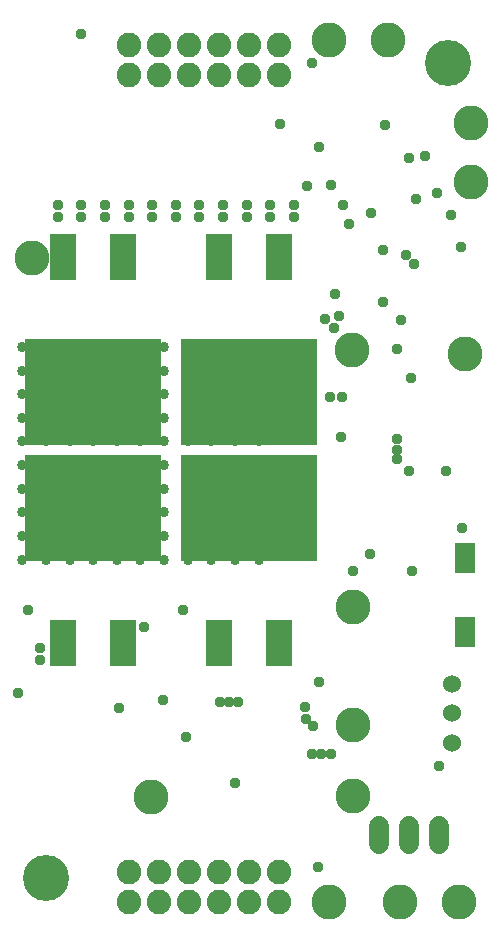
<source format=gbr>
G04 EAGLE Gerber RS-274X export*
G75*
%MOMM*%
%FSLAX34Y34*%
%LPD*%
%INSoldermask Top*%
%IPPOS*%
%AMOC8*
5,1,8,0,0,1.08239X$1,22.5*%
G01*
%ADD10C,1.711200*%
%ADD11C,2.963200*%
%ADD12R,2.286000X4.013200*%
%ADD13R,11.633200X9.093200*%
%ADD14C,1.524000*%
%ADD15C,2.082800*%
%ADD16R,1.803200X2.503200*%
%ADD17C,3.903200*%
%ADD18C,0.959600*%
%ADD19C,0.859600*%


D10*
X347000Y84540D02*
X347000Y69460D01*
X321600Y69460D02*
X321600Y84540D01*
X372400Y84540D02*
X372400Y69460D01*
D11*
X390000Y20000D03*
X300000Y170000D03*
X299500Y487000D03*
X400000Y630000D03*
X280000Y750000D03*
X330000Y750000D03*
D12*
X237400Y565900D03*
X186600Y565900D03*
D13*
X212000Y451600D03*
D12*
X186600Y239100D03*
X237400Y239100D03*
D13*
X212000Y353400D03*
D12*
X54600Y239100D03*
X105400Y239100D03*
D13*
X80000Y353400D03*
D12*
X105400Y565900D03*
X54600Y565900D03*
D13*
X80000Y451600D03*
D11*
X129000Y109000D03*
X300000Y270000D03*
X28000Y565000D03*
X395000Y484000D03*
X400000Y680000D03*
X300000Y110000D03*
X340000Y20000D03*
X280000Y20000D03*
D14*
X384000Y155000D03*
X384000Y179892D03*
X384000Y205038D03*
D15*
X110000Y720000D03*
X110000Y745400D03*
X135400Y720000D03*
X135400Y745400D03*
X160800Y720000D03*
X160800Y745400D03*
X186200Y720000D03*
X186200Y745400D03*
X211600Y720000D03*
X211600Y745400D03*
X237000Y720000D03*
X237000Y745400D03*
X110000Y20000D03*
X110000Y45400D03*
X135400Y20000D03*
X135400Y45400D03*
X160800Y20000D03*
X160800Y45400D03*
X186200Y20000D03*
X186200Y45400D03*
X211600Y20000D03*
X211600Y45400D03*
X237000Y20000D03*
X237000Y45400D03*
D16*
X395000Y248500D03*
X395000Y311500D03*
D17*
X380000Y730000D03*
X40000Y40000D03*
D18*
X260000Y175000D03*
X266000Y169000D03*
X259000Y185000D03*
X265000Y145000D03*
X273000Y145000D03*
X281000Y145000D03*
X325000Y528000D03*
X345000Y568000D03*
X288000Y516000D03*
X327000Y678000D03*
X238000Y679000D03*
X270000Y50000D03*
X300000Y300000D03*
X350000Y300000D03*
X383000Y602000D03*
X281000Y627000D03*
X296748Y593748D03*
X285000Y534662D03*
X347000Y650000D03*
X341000Y513000D03*
X139000Y191000D03*
X16000Y197000D03*
X123000Y252500D03*
X392000Y248000D03*
X392000Y337000D03*
X200000Y121000D03*
X290000Y414000D03*
X349189Y463811D03*
X373000Y135000D03*
X284000Y506000D03*
X276000Y514000D03*
X50000Y600000D03*
X50000Y610000D03*
X70000Y610000D03*
X70000Y600000D03*
X90000Y600000D03*
X90000Y610000D03*
X110000Y600000D03*
X110000Y610000D03*
X130000Y610000D03*
X130000Y600000D03*
X150000Y600000D03*
X150000Y610000D03*
X170000Y610000D03*
X170000Y600000D03*
X190000Y600000D03*
X190000Y610000D03*
X210000Y610000D03*
X210000Y600000D03*
X230000Y600000D03*
X230000Y610000D03*
X250000Y600000D03*
X250000Y610000D03*
X291500Y610500D03*
X325000Y572000D03*
X271000Y659000D03*
X337000Y488000D03*
X314000Y315000D03*
X315000Y603000D03*
X159000Y160000D03*
X265000Y730000D03*
X353500Y615000D03*
X391000Y575000D03*
X187000Y189000D03*
X195000Y189000D03*
X203000Y189000D03*
X337000Y412000D03*
X337000Y403000D03*
X337000Y395000D03*
X290630Y448000D03*
X280630Y448000D03*
X352000Y560000D03*
X261000Y626000D03*
D19*
X40000Y490000D03*
X60000Y490000D03*
X60000Y470000D03*
X40000Y470000D03*
X40000Y450000D03*
X60000Y450000D03*
X80000Y450000D03*
X80000Y470000D03*
X80000Y490000D03*
X100000Y490000D03*
X100000Y470000D03*
X100000Y450000D03*
X120000Y450000D03*
X120000Y470000D03*
X120000Y490000D03*
X140000Y490000D03*
X140000Y470000D03*
X140000Y450000D03*
X160000Y450000D03*
X160000Y470000D03*
X160000Y490000D03*
X180000Y490000D03*
X200000Y490000D03*
X200000Y470000D03*
X180000Y470000D03*
X180000Y450000D03*
X200000Y450000D03*
X200000Y430000D03*
X180000Y430000D03*
X160000Y430000D03*
X140000Y430000D03*
X120000Y430000D03*
X100000Y430000D03*
X80000Y430000D03*
X60000Y430000D03*
X40000Y430000D03*
X40000Y410000D03*
X60000Y410000D03*
X80000Y410000D03*
X100000Y410000D03*
X120000Y410000D03*
X140000Y410000D03*
X160000Y410000D03*
X180000Y410000D03*
X200000Y410000D03*
X200000Y390000D03*
X180000Y390000D03*
X160000Y390000D03*
X140000Y390000D03*
X120000Y390000D03*
X100000Y390000D03*
X80000Y390000D03*
X60000Y390000D03*
X40000Y390000D03*
X20000Y390000D03*
X20000Y410000D03*
X20000Y430000D03*
X20000Y450000D03*
X20000Y470000D03*
X20000Y490000D03*
X200000Y370000D03*
X180000Y370000D03*
X160000Y370000D03*
X140000Y370000D03*
X120000Y370000D03*
X100000Y370000D03*
X80000Y370000D03*
X60000Y370000D03*
X40000Y370000D03*
X20000Y370000D03*
X20000Y350000D03*
X20000Y330000D03*
X20000Y310000D03*
X40000Y310000D03*
X60000Y310000D03*
X80000Y310000D03*
X100000Y310000D03*
X120000Y310000D03*
X140000Y310000D03*
X160000Y310000D03*
X180000Y310000D03*
X200000Y310000D03*
X200000Y330000D03*
X200000Y350000D03*
X180000Y350000D03*
X180000Y330000D03*
X160000Y330000D03*
X160000Y350000D03*
X140000Y350000D03*
X140000Y330000D03*
X120000Y330000D03*
X120000Y350000D03*
X100000Y350000D03*
X100000Y330000D03*
X80000Y330000D03*
X80000Y350000D03*
X60000Y350000D03*
X60000Y330000D03*
X40000Y330000D03*
X40000Y350000D03*
X220000Y490000D03*
X240000Y490000D03*
X240000Y470000D03*
X220000Y470000D03*
X220000Y450000D03*
X240000Y450000D03*
X240000Y430000D03*
X220000Y430000D03*
X220000Y410000D03*
X220000Y390000D03*
X220000Y370000D03*
X220000Y350000D03*
X220000Y330000D03*
X220000Y310000D03*
D18*
X156000Y267000D03*
X25000Y267000D03*
X240000Y570000D03*
X240000Y560000D03*
X35000Y225000D03*
X35000Y235000D03*
X236000Y230000D03*
X110000Y560000D03*
X110000Y570000D03*
X190000Y255000D03*
X180000Y255000D03*
X102000Y184000D03*
X271000Y206000D03*
X70000Y755296D03*
X371306Y620000D03*
X347000Y385000D03*
X379000Y385000D03*
X361000Y652000D03*
X392000Y311000D03*
M02*

</source>
